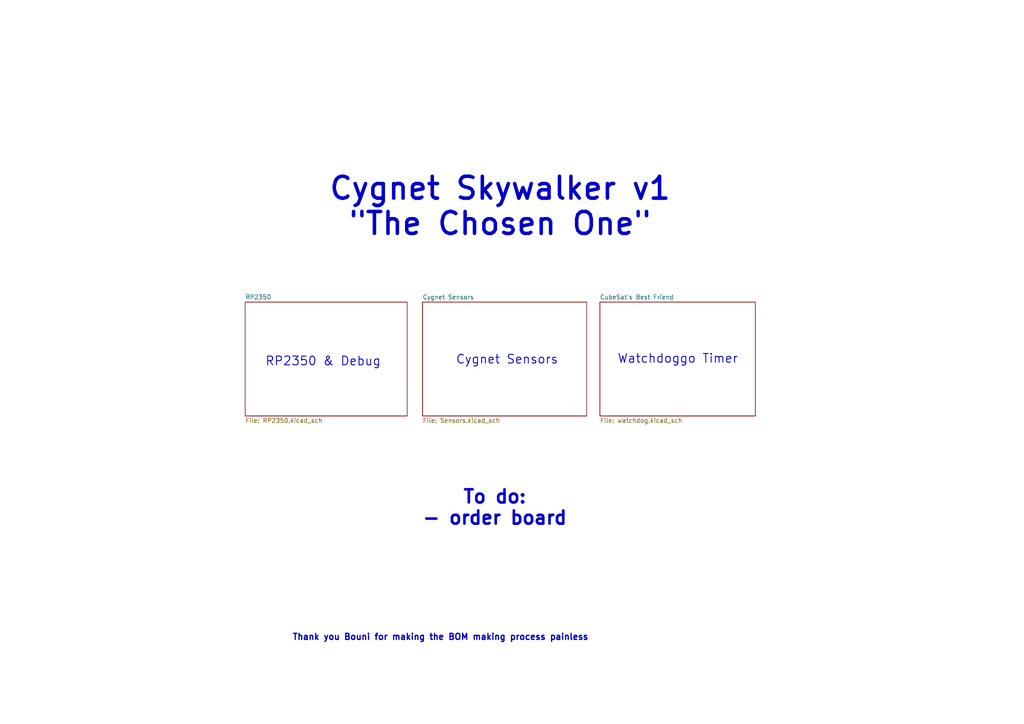
<source format=kicad_sch>
(kicad_sch
	(version 20250114)
	(generator "eeschema")
	(generator_version "9.0")
	(uuid "f674abc6-f811-4b69-a04b-9059ca6b6a44")
	(paper "A4")
	(lib_symbols)
	(text "Cygnet Skywalker v1\n\"The Chosen One\""
		(exclude_from_sim no)
		(at 145.034 59.944 0)
		(effects
			(font
				(size 6.35 6.35)
				(thickness 1.016)
				(bold yes)
			)
		)
		(uuid "1c80f718-05b4-400f-88c3-cfa5efe642ec")
	)
	(text "Thank you Bouni for making the BOM making process painless"
		(exclude_from_sim no)
		(at 127.762 184.912 0)
		(effects
			(font
				(size 1.778 1.778)
				(thickness 0.3556)
				(bold yes)
			)
		)
		(uuid "2729c8e1-2bca-4307-b3fd-ba989d4f06d9")
	)
	(text "Cygnet Sensors"
		(exclude_from_sim no)
		(at 147.066 104.394 0)
		(effects
			(font
				(size 2.54 2.54)
				(thickness 0.254)
				(bold yes)
			)
		)
		(uuid "76242143-0458-47e2-be8c-7d4619350a9c")
	)
	(text "Watchdoggo Timer"
		(exclude_from_sim no)
		(at 196.596 104.14 0)
		(effects
			(font
				(size 2.54 2.54)
				(thickness 0.254)
				(bold yes)
			)
		)
		(uuid "8c8e9cee-a2c4-4358-a084-eed334f2044e")
	)
	(text "To do:\n- order board"
		(exclude_from_sim no)
		(at 143.51 147.32 0)
		(effects
			(font
				(size 3.81 3.81)
				(thickness 0.762)
				(bold yes)
			)
		)
		(uuid "edaf5d7f-75eb-42c2-9a18-a303084f45e1")
	)
	(text "RP2350 & Debug"
		(exclude_from_sim no)
		(at 93.726 104.902 0)
		(effects
			(font
				(size 2.54 2.54)
				(thickness 0.254)
				(bold yes)
			)
		)
		(uuid "f8d6309b-acab-4dc7-ae8e-e631a1198e93")
	)
	(sheet
		(at 122.555 87.63)
		(size 47.625 33.02)
		(exclude_from_sim no)
		(in_bom yes)
		(on_board yes)
		(dnp no)
		(fields_autoplaced yes)
		(stroke
			(width 0.1524)
			(type solid)
		)
		(fill
			(color 0 0 0 0.0000)
		)
		(uuid "0d682e4c-dd90-4e8f-a4ef-2b9bfd19db70")
		(property "Sheetname" "Cygnet Sensors"
			(at 122.555 86.9184 0)
			(effects
				(font
					(size 1.27 1.27)
				)
				(justify left bottom)
			)
		)
		(property "Sheetfile" "Sensors.kicad_sch"
			(at 122.555 121.2346 0)
			(effects
				(font
					(size 1.27 1.27)
				)
				(justify left top)
			)
		)
		(instances
			(project "Cygnet Skywalker v1"
				(path "/f674abc6-f811-4b69-a04b-9059ca6b6a44"
					(page "3")
				)
			)
		)
	)
	(sheet
		(at 71.12 87.63)
		(size 46.99 33.02)
		(exclude_from_sim no)
		(in_bom yes)
		(on_board yes)
		(dnp no)
		(fields_autoplaced yes)
		(stroke
			(width 0.1524)
			(type solid)
		)
		(fill
			(color 0 0 0 0.0000)
		)
		(uuid "1c32e749-3fab-4b6f-bd12-5ab8a8f6979b")
		(property "Sheetname" "RP2350"
			(at 71.12 86.9184 0)
			(effects
				(font
					(size 1.27 1.27)
				)
				(justify left bottom)
			)
		)
		(property "Sheetfile" "RP2350.kicad_sch"
			(at 71.12 121.2346 0)
			(effects
				(font
					(size 1.27 1.27)
				)
				(justify left top)
			)
		)
		(instances
			(project "Cygnet Skywalker v1"
				(path "/f674abc6-f811-4b69-a04b-9059ca6b6a44"
					(page "2")
				)
			)
		)
	)
	(sheet
		(at 173.99 87.63)
		(size 45.085 33.02)
		(exclude_from_sim no)
		(in_bom yes)
		(on_board yes)
		(dnp no)
		(fields_autoplaced yes)
		(stroke
			(width 0.1524)
			(type solid)
		)
		(fill
			(color 0 0 0 0.0000)
		)
		(uuid "f7e117b6-3b5d-4889-8e69-758ffca95a0e")
		(property "Sheetname" "CubeSat's Best Friend"
			(at 173.99 86.9184 0)
			(effects
				(font
					(size 1.27 1.27)
				)
				(justify left bottom)
			)
		)
		(property "Sheetfile" "watchdog.kicad_sch"
			(at 173.99 121.2346 0)
			(effects
				(font
					(size 1.27 1.27)
				)
				(justify left top)
			)
		)
		(instances
			(project "Cygnet Skywalker v1"
				(path "/f674abc6-f811-4b69-a04b-9059ca6b6a44"
					(page "5")
				)
			)
		)
	)
	(sheet_instances
		(path "/"
			(page "1")
		)
	)
	(embedded_fonts no)
)

</source>
